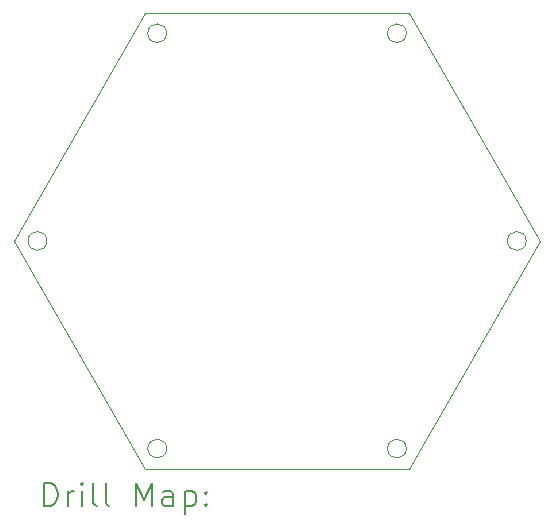
<source format=gbr>
%TF.GenerationSoftware,KiCad,Pcbnew,8.0.2-1*%
%TF.CreationDate,2024-07-16T12:14:47-04:00*%
%TF.ProjectId,Untitled,556e7469-746c-4656-942e-6b696361645f,rev?*%
%TF.SameCoordinates,Original*%
%TF.FileFunction,Drillmap*%
%TF.FilePolarity,Positive*%
%FSLAX45Y45*%
G04 Gerber Fmt 4.5, Leading zero omitted, Abs format (unit mm)*
G04 Created by KiCad (PCBNEW 8.0.2-1) date 2024-07-16 12:14:47*
%MOMM*%
%LPD*%
G01*
G04 APERTURE LIST*
%ADD10C,0.100000*%
%ADD11C,0.200000*%
G04 APERTURE END LIST*
D10*
X9439000Y-7559000D02*
G75*
G02*
X9279000Y-7559000I-80000J0D01*
G01*
X9279000Y-7559000D02*
G75*
G02*
X9439000Y-7559000I80000J0D01*
G01*
X8425000Y-5801000D02*
G75*
G02*
X8265000Y-5801000I-80000J0D01*
G01*
X8265000Y-5801000D02*
G75*
G02*
X8425000Y-5801000I80000J0D01*
G01*
X9259000Y-3870000D02*
X8145000Y-5801000D01*
X11469000Y-7559000D02*
G75*
G02*
X11309000Y-7559000I-80000J0D01*
G01*
X11309000Y-7559000D02*
G75*
G02*
X11469000Y-7559000I80000J0D01*
G01*
X11489000Y-3870000D02*
X9259000Y-3870000D01*
X9259000Y-7732000D02*
X11489000Y-7732000D01*
X8145000Y-5801000D02*
X9259000Y-7732000D01*
X12604000Y-5801000D02*
X11489000Y-7732000D01*
X12484000Y-5801000D02*
G75*
G02*
X12324000Y-5801000I-80000J0D01*
G01*
X12324000Y-5801000D02*
G75*
G02*
X12484000Y-5801000I80000J0D01*
G01*
X11469000Y-4043000D02*
G75*
G02*
X11309000Y-4043000I-80000J0D01*
G01*
X11309000Y-4043000D02*
G75*
G02*
X11469000Y-4043000I80000J0D01*
G01*
X9439000Y-4043000D02*
G75*
G02*
X9279000Y-4043000I-80000J0D01*
G01*
X9279000Y-4043000D02*
G75*
G02*
X9439000Y-4043000I80000J0D01*
G01*
X12604000Y-5801000D02*
X11489000Y-3870000D01*
D11*
X8400777Y-8048484D02*
X8400777Y-7848484D01*
X8400777Y-7848484D02*
X8448396Y-7848484D01*
X8448396Y-7848484D02*
X8476967Y-7858008D01*
X8476967Y-7858008D02*
X8496015Y-7877055D01*
X8496015Y-7877055D02*
X8505539Y-7896103D01*
X8505539Y-7896103D02*
X8515063Y-7934198D01*
X8515063Y-7934198D02*
X8515063Y-7962769D01*
X8515063Y-7962769D02*
X8505539Y-8000865D01*
X8505539Y-8000865D02*
X8496015Y-8019912D01*
X8496015Y-8019912D02*
X8476967Y-8038960D01*
X8476967Y-8038960D02*
X8448396Y-8048484D01*
X8448396Y-8048484D02*
X8400777Y-8048484D01*
X8600777Y-8048484D02*
X8600777Y-7915150D01*
X8600777Y-7953246D02*
X8610301Y-7934198D01*
X8610301Y-7934198D02*
X8619824Y-7924674D01*
X8619824Y-7924674D02*
X8638872Y-7915150D01*
X8638872Y-7915150D02*
X8657920Y-7915150D01*
X8724586Y-8048484D02*
X8724586Y-7915150D01*
X8724586Y-7848484D02*
X8715063Y-7858008D01*
X8715063Y-7858008D02*
X8724586Y-7867531D01*
X8724586Y-7867531D02*
X8734110Y-7858008D01*
X8734110Y-7858008D02*
X8724586Y-7848484D01*
X8724586Y-7848484D02*
X8724586Y-7867531D01*
X8848396Y-8048484D02*
X8829348Y-8038960D01*
X8829348Y-8038960D02*
X8819824Y-8019912D01*
X8819824Y-8019912D02*
X8819824Y-7848484D01*
X8953158Y-8048484D02*
X8934110Y-8038960D01*
X8934110Y-8038960D02*
X8924586Y-8019912D01*
X8924586Y-8019912D02*
X8924586Y-7848484D01*
X9181729Y-8048484D02*
X9181729Y-7848484D01*
X9181729Y-7848484D02*
X9248396Y-7991341D01*
X9248396Y-7991341D02*
X9315063Y-7848484D01*
X9315063Y-7848484D02*
X9315063Y-8048484D01*
X9496015Y-8048484D02*
X9496015Y-7943722D01*
X9496015Y-7943722D02*
X9486491Y-7924674D01*
X9486491Y-7924674D02*
X9467444Y-7915150D01*
X9467444Y-7915150D02*
X9429348Y-7915150D01*
X9429348Y-7915150D02*
X9410301Y-7924674D01*
X9496015Y-8038960D02*
X9476967Y-8048484D01*
X9476967Y-8048484D02*
X9429348Y-8048484D01*
X9429348Y-8048484D02*
X9410301Y-8038960D01*
X9410301Y-8038960D02*
X9400777Y-8019912D01*
X9400777Y-8019912D02*
X9400777Y-8000865D01*
X9400777Y-8000865D02*
X9410301Y-7981817D01*
X9410301Y-7981817D02*
X9429348Y-7972293D01*
X9429348Y-7972293D02*
X9476967Y-7972293D01*
X9476967Y-7972293D02*
X9496015Y-7962769D01*
X9591253Y-7915150D02*
X9591253Y-8115150D01*
X9591253Y-7924674D02*
X9610301Y-7915150D01*
X9610301Y-7915150D02*
X9648396Y-7915150D01*
X9648396Y-7915150D02*
X9667444Y-7924674D01*
X9667444Y-7924674D02*
X9676967Y-7934198D01*
X9676967Y-7934198D02*
X9686491Y-7953246D01*
X9686491Y-7953246D02*
X9686491Y-8010388D01*
X9686491Y-8010388D02*
X9676967Y-8029436D01*
X9676967Y-8029436D02*
X9667444Y-8038960D01*
X9667444Y-8038960D02*
X9648396Y-8048484D01*
X9648396Y-8048484D02*
X9610301Y-8048484D01*
X9610301Y-8048484D02*
X9591253Y-8038960D01*
X9772205Y-8029436D02*
X9781729Y-8038960D01*
X9781729Y-8038960D02*
X9772205Y-8048484D01*
X9772205Y-8048484D02*
X9762682Y-8038960D01*
X9762682Y-8038960D02*
X9772205Y-8029436D01*
X9772205Y-8029436D02*
X9772205Y-8048484D01*
X9772205Y-7924674D02*
X9781729Y-7934198D01*
X9781729Y-7934198D02*
X9772205Y-7943722D01*
X9772205Y-7943722D02*
X9762682Y-7934198D01*
X9762682Y-7934198D02*
X9772205Y-7924674D01*
X9772205Y-7924674D02*
X9772205Y-7943722D01*
M02*

</source>
